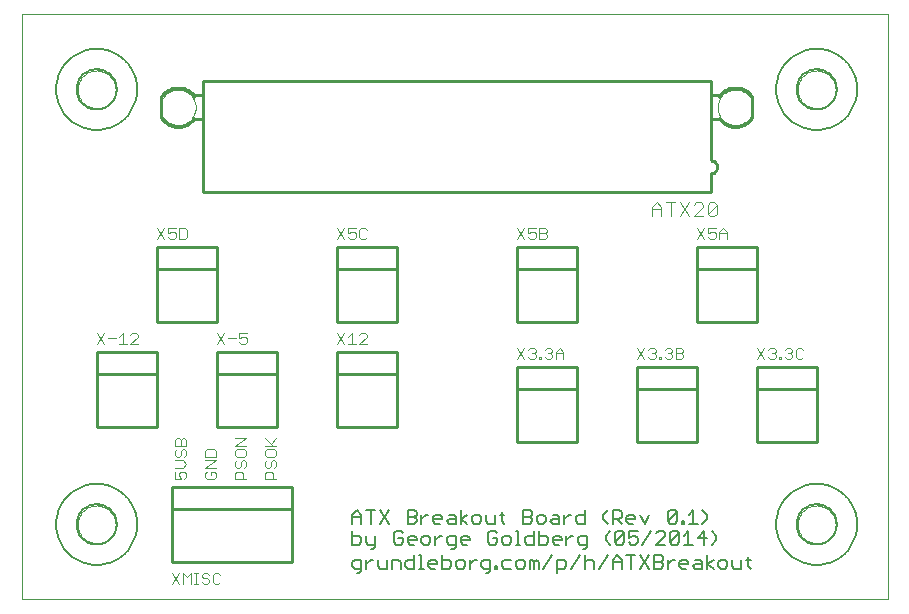
<source format=gto>
G75*
%MOIN*%
%OFA0B0*%
%FSLAX24Y24*%
%IPPOS*%
%LPD*%
%AMOC8*
5,1,8,0,0,1.08239X$1,22.5*
%
%ADD10C,0.0000*%
%ADD11C,0.0050*%
%ADD12C,0.0030*%
%ADD13C,0.0100*%
%ADD14C,0.0040*%
%ADD15C,0.0060*%
%ADD16C,0.0080*%
D10*
X000100Y000100D02*
X000100Y019596D01*
X028970Y019596D01*
X028970Y000100D01*
X000100Y000100D01*
X001970Y002600D02*
X001972Y002650D01*
X001978Y002700D01*
X001988Y002749D01*
X002002Y002797D01*
X002019Y002844D01*
X002040Y002889D01*
X002065Y002933D01*
X002093Y002974D01*
X002125Y003013D01*
X002159Y003050D01*
X002196Y003084D01*
X002236Y003114D01*
X002278Y003141D01*
X002322Y003165D01*
X002368Y003186D01*
X002415Y003202D01*
X002463Y003215D01*
X002513Y003224D01*
X002562Y003229D01*
X002613Y003230D01*
X002663Y003227D01*
X002712Y003220D01*
X002761Y003209D01*
X002809Y003194D01*
X002855Y003176D01*
X002900Y003154D01*
X002943Y003128D01*
X002984Y003099D01*
X003023Y003067D01*
X003059Y003032D01*
X003091Y002994D01*
X003121Y002954D01*
X003148Y002911D01*
X003171Y002867D01*
X003190Y002821D01*
X003206Y002773D01*
X003218Y002724D01*
X003226Y002675D01*
X003230Y002625D01*
X003230Y002575D01*
X003226Y002525D01*
X003218Y002476D01*
X003206Y002427D01*
X003190Y002379D01*
X003171Y002333D01*
X003148Y002289D01*
X003121Y002246D01*
X003091Y002206D01*
X003059Y002168D01*
X003023Y002133D01*
X002984Y002101D01*
X002943Y002072D01*
X002900Y002046D01*
X002855Y002024D01*
X002809Y002006D01*
X002761Y001991D01*
X002712Y001980D01*
X002663Y001973D01*
X002613Y001970D01*
X002562Y001971D01*
X002513Y001976D01*
X002463Y001985D01*
X002415Y001998D01*
X002368Y002014D01*
X002322Y002035D01*
X002278Y002059D01*
X002236Y002086D01*
X002196Y002116D01*
X002159Y002150D01*
X002125Y002187D01*
X002093Y002226D01*
X002065Y002267D01*
X002040Y002311D01*
X002019Y002356D01*
X002002Y002403D01*
X001988Y002451D01*
X001978Y002500D01*
X001972Y002550D01*
X001970Y002600D01*
X004718Y016502D02*
X004720Y016550D01*
X004726Y016598D01*
X004736Y016645D01*
X004749Y016691D01*
X004767Y016736D01*
X004787Y016780D01*
X004812Y016822D01*
X004840Y016861D01*
X004870Y016898D01*
X004904Y016932D01*
X004941Y016964D01*
X004979Y016993D01*
X005020Y017018D01*
X005063Y017040D01*
X005108Y017058D01*
X005154Y017072D01*
X005201Y017083D01*
X005249Y017090D01*
X005297Y017093D01*
X005345Y017092D01*
X005393Y017087D01*
X005441Y017078D01*
X005487Y017066D01*
X005532Y017049D01*
X005576Y017029D01*
X005618Y017006D01*
X005658Y016979D01*
X005696Y016949D01*
X005731Y016916D01*
X005763Y016880D01*
X005793Y016842D01*
X005819Y016801D01*
X005841Y016758D01*
X005861Y016714D01*
X005876Y016669D01*
X005888Y016622D01*
X005896Y016574D01*
X005900Y016526D01*
X005900Y016478D01*
X005896Y016430D01*
X005888Y016382D01*
X005876Y016335D01*
X005861Y016290D01*
X005841Y016246D01*
X005819Y016203D01*
X005793Y016162D01*
X005763Y016124D01*
X005731Y016088D01*
X005696Y016055D01*
X005658Y016025D01*
X005618Y015998D01*
X005576Y015975D01*
X005532Y015955D01*
X005487Y015938D01*
X005441Y015926D01*
X005393Y015917D01*
X005345Y015912D01*
X005297Y015911D01*
X005249Y015914D01*
X005201Y015921D01*
X005154Y015932D01*
X005108Y015946D01*
X005063Y015964D01*
X005020Y015986D01*
X004979Y016011D01*
X004941Y016040D01*
X004904Y016072D01*
X004870Y016106D01*
X004840Y016143D01*
X004812Y016182D01*
X004787Y016224D01*
X004767Y016268D01*
X004749Y016313D01*
X004736Y016359D01*
X004726Y016406D01*
X004720Y016454D01*
X004718Y016502D01*
X001970Y017100D02*
X001972Y017150D01*
X001978Y017200D01*
X001988Y017249D01*
X002002Y017297D01*
X002019Y017344D01*
X002040Y017389D01*
X002065Y017433D01*
X002093Y017474D01*
X002125Y017513D01*
X002159Y017550D01*
X002196Y017584D01*
X002236Y017614D01*
X002278Y017641D01*
X002322Y017665D01*
X002368Y017686D01*
X002415Y017702D01*
X002463Y017715D01*
X002513Y017724D01*
X002562Y017729D01*
X002613Y017730D01*
X002663Y017727D01*
X002712Y017720D01*
X002761Y017709D01*
X002809Y017694D01*
X002855Y017676D01*
X002900Y017654D01*
X002943Y017628D01*
X002984Y017599D01*
X003023Y017567D01*
X003059Y017532D01*
X003091Y017494D01*
X003121Y017454D01*
X003148Y017411D01*
X003171Y017367D01*
X003190Y017321D01*
X003206Y017273D01*
X003218Y017224D01*
X003226Y017175D01*
X003230Y017125D01*
X003230Y017075D01*
X003226Y017025D01*
X003218Y016976D01*
X003206Y016927D01*
X003190Y016879D01*
X003171Y016833D01*
X003148Y016789D01*
X003121Y016746D01*
X003091Y016706D01*
X003059Y016668D01*
X003023Y016633D01*
X002984Y016601D01*
X002943Y016572D01*
X002900Y016546D01*
X002855Y016524D01*
X002809Y016506D01*
X002761Y016491D01*
X002712Y016480D01*
X002663Y016473D01*
X002613Y016470D01*
X002562Y016471D01*
X002513Y016476D01*
X002463Y016485D01*
X002415Y016498D01*
X002368Y016514D01*
X002322Y016535D01*
X002278Y016559D01*
X002236Y016586D01*
X002196Y016616D01*
X002159Y016650D01*
X002125Y016687D01*
X002093Y016726D01*
X002065Y016767D01*
X002040Y016811D01*
X002019Y016856D01*
X002002Y016903D01*
X001988Y016951D01*
X001978Y017000D01*
X001972Y017050D01*
X001970Y017100D01*
X023300Y016502D02*
X023302Y016550D01*
X023308Y016598D01*
X023318Y016645D01*
X023331Y016691D01*
X023349Y016736D01*
X023369Y016780D01*
X023394Y016822D01*
X023422Y016861D01*
X023452Y016898D01*
X023486Y016932D01*
X023523Y016964D01*
X023561Y016993D01*
X023602Y017018D01*
X023645Y017040D01*
X023690Y017058D01*
X023736Y017072D01*
X023783Y017083D01*
X023831Y017090D01*
X023879Y017093D01*
X023927Y017092D01*
X023975Y017087D01*
X024023Y017078D01*
X024069Y017066D01*
X024114Y017049D01*
X024158Y017029D01*
X024200Y017006D01*
X024240Y016979D01*
X024278Y016949D01*
X024313Y016916D01*
X024345Y016880D01*
X024375Y016842D01*
X024401Y016801D01*
X024423Y016758D01*
X024443Y016714D01*
X024458Y016669D01*
X024470Y016622D01*
X024478Y016574D01*
X024482Y016526D01*
X024482Y016478D01*
X024478Y016430D01*
X024470Y016382D01*
X024458Y016335D01*
X024443Y016290D01*
X024423Y016246D01*
X024401Y016203D01*
X024375Y016162D01*
X024345Y016124D01*
X024313Y016088D01*
X024278Y016055D01*
X024240Y016025D01*
X024200Y015998D01*
X024158Y015975D01*
X024114Y015955D01*
X024069Y015938D01*
X024023Y015926D01*
X023975Y015917D01*
X023927Y015912D01*
X023879Y015911D01*
X023831Y015914D01*
X023783Y015921D01*
X023736Y015932D01*
X023690Y015946D01*
X023645Y015964D01*
X023602Y015986D01*
X023561Y016011D01*
X023523Y016040D01*
X023486Y016072D01*
X023452Y016106D01*
X023422Y016143D01*
X023394Y016182D01*
X023369Y016224D01*
X023349Y016268D01*
X023331Y016313D01*
X023318Y016359D01*
X023308Y016406D01*
X023302Y016454D01*
X023300Y016502D01*
X025970Y017100D02*
X025972Y017150D01*
X025978Y017200D01*
X025988Y017249D01*
X026002Y017297D01*
X026019Y017344D01*
X026040Y017389D01*
X026065Y017433D01*
X026093Y017474D01*
X026125Y017513D01*
X026159Y017550D01*
X026196Y017584D01*
X026236Y017614D01*
X026278Y017641D01*
X026322Y017665D01*
X026368Y017686D01*
X026415Y017702D01*
X026463Y017715D01*
X026513Y017724D01*
X026562Y017729D01*
X026613Y017730D01*
X026663Y017727D01*
X026712Y017720D01*
X026761Y017709D01*
X026809Y017694D01*
X026855Y017676D01*
X026900Y017654D01*
X026943Y017628D01*
X026984Y017599D01*
X027023Y017567D01*
X027059Y017532D01*
X027091Y017494D01*
X027121Y017454D01*
X027148Y017411D01*
X027171Y017367D01*
X027190Y017321D01*
X027206Y017273D01*
X027218Y017224D01*
X027226Y017175D01*
X027230Y017125D01*
X027230Y017075D01*
X027226Y017025D01*
X027218Y016976D01*
X027206Y016927D01*
X027190Y016879D01*
X027171Y016833D01*
X027148Y016789D01*
X027121Y016746D01*
X027091Y016706D01*
X027059Y016668D01*
X027023Y016633D01*
X026984Y016601D01*
X026943Y016572D01*
X026900Y016546D01*
X026855Y016524D01*
X026809Y016506D01*
X026761Y016491D01*
X026712Y016480D01*
X026663Y016473D01*
X026613Y016470D01*
X026562Y016471D01*
X026513Y016476D01*
X026463Y016485D01*
X026415Y016498D01*
X026368Y016514D01*
X026322Y016535D01*
X026278Y016559D01*
X026236Y016586D01*
X026196Y016616D01*
X026159Y016650D01*
X026125Y016687D01*
X026093Y016726D01*
X026065Y016767D01*
X026040Y016811D01*
X026019Y016856D01*
X026002Y016903D01*
X025988Y016951D01*
X025978Y017000D01*
X025972Y017050D01*
X025970Y017100D01*
X025970Y002600D02*
X025972Y002650D01*
X025978Y002700D01*
X025988Y002749D01*
X026002Y002797D01*
X026019Y002844D01*
X026040Y002889D01*
X026065Y002933D01*
X026093Y002974D01*
X026125Y003013D01*
X026159Y003050D01*
X026196Y003084D01*
X026236Y003114D01*
X026278Y003141D01*
X026322Y003165D01*
X026368Y003186D01*
X026415Y003202D01*
X026463Y003215D01*
X026513Y003224D01*
X026562Y003229D01*
X026613Y003230D01*
X026663Y003227D01*
X026712Y003220D01*
X026761Y003209D01*
X026809Y003194D01*
X026855Y003176D01*
X026900Y003154D01*
X026943Y003128D01*
X026984Y003099D01*
X027023Y003067D01*
X027059Y003032D01*
X027091Y002994D01*
X027121Y002954D01*
X027148Y002911D01*
X027171Y002867D01*
X027190Y002821D01*
X027206Y002773D01*
X027218Y002724D01*
X027226Y002675D01*
X027230Y002625D01*
X027230Y002575D01*
X027226Y002525D01*
X027218Y002476D01*
X027206Y002427D01*
X027190Y002379D01*
X027171Y002333D01*
X027148Y002289D01*
X027121Y002246D01*
X027091Y002206D01*
X027059Y002168D01*
X027023Y002133D01*
X026984Y002101D01*
X026943Y002072D01*
X026900Y002046D01*
X026855Y002024D01*
X026809Y002006D01*
X026761Y001991D01*
X026712Y001980D01*
X026663Y001973D01*
X026613Y001970D01*
X026562Y001971D01*
X026513Y001976D01*
X026463Y001985D01*
X026415Y001998D01*
X026368Y002014D01*
X026322Y002035D01*
X026278Y002059D01*
X026236Y002086D01*
X026196Y002116D01*
X026159Y002150D01*
X026125Y002187D01*
X026093Y002226D01*
X026065Y002267D01*
X026040Y002311D01*
X026019Y002356D01*
X026002Y002403D01*
X025988Y002451D01*
X025978Y002500D01*
X025972Y002550D01*
X025970Y002600D01*
D11*
X024396Y001425D02*
X024246Y001425D01*
X024321Y001500D02*
X024321Y001200D01*
X024396Y001125D01*
X024086Y001125D02*
X024086Y001425D01*
X023786Y001425D02*
X023786Y001200D01*
X023861Y001125D01*
X024086Y001125D01*
X023626Y001200D02*
X023626Y001350D01*
X023551Y001425D01*
X023400Y001425D01*
X023325Y001350D01*
X023325Y001200D01*
X023400Y001125D01*
X023551Y001125D01*
X023626Y001200D01*
X023167Y001125D02*
X022942Y001275D01*
X023167Y001425D01*
X022942Y001575D02*
X022942Y001125D01*
X022782Y001125D02*
X022556Y001125D01*
X022481Y001200D01*
X022556Y001275D01*
X022782Y001275D01*
X022782Y001350D02*
X022782Y001125D01*
X022782Y001350D02*
X022707Y001425D01*
X022556Y001425D01*
X022321Y001350D02*
X022321Y001275D01*
X022021Y001275D01*
X022021Y001200D02*
X022021Y001350D01*
X022096Y001425D01*
X022246Y001425D01*
X022321Y001350D01*
X022246Y001125D02*
X022096Y001125D01*
X022021Y001200D01*
X021862Y001425D02*
X021787Y001425D01*
X021637Y001275D01*
X021637Y001125D02*
X021637Y001425D01*
X021477Y001425D02*
X021402Y001350D01*
X021177Y001350D01*
X021177Y001125D02*
X021402Y001125D01*
X021477Y001200D01*
X021477Y001275D01*
X021402Y001350D01*
X021477Y001425D02*
X021477Y001500D01*
X021402Y001575D01*
X021177Y001575D01*
X021177Y001125D01*
X021017Y001125D02*
X020717Y001575D01*
X020556Y001575D02*
X020256Y001575D01*
X020406Y001575D02*
X020406Y001125D01*
X020096Y001125D02*
X020096Y001425D01*
X019946Y001575D01*
X019796Y001425D01*
X019796Y001125D01*
X019796Y001350D02*
X020096Y001350D01*
X019636Y001575D02*
X019335Y001125D01*
X019175Y001125D02*
X019175Y001350D01*
X019100Y001425D01*
X018950Y001425D01*
X018875Y001350D01*
X018875Y001575D02*
X018875Y001125D01*
X018415Y001125D02*
X018715Y001575D01*
X018795Y001775D02*
X018870Y001775D01*
X018945Y001850D01*
X018945Y002225D01*
X018720Y002225D01*
X018645Y002150D01*
X018645Y002000D01*
X018720Y001925D01*
X018945Y001925D01*
X018486Y002225D02*
X018411Y002225D01*
X018261Y002075D01*
X018261Y001925D02*
X018261Y002225D01*
X018101Y002150D02*
X018026Y002225D01*
X017876Y002225D01*
X017801Y002150D01*
X017801Y002000D01*
X017876Y001925D01*
X018026Y001925D01*
X018101Y002075D02*
X017801Y002075D01*
X017641Y002000D02*
X017565Y001925D01*
X017340Y001925D01*
X017340Y002375D01*
X017340Y002225D02*
X017565Y002225D01*
X017641Y002150D01*
X017641Y002000D01*
X017180Y001925D02*
X016955Y001925D01*
X016880Y002000D01*
X016880Y002150D01*
X016955Y002225D01*
X017180Y002225D01*
X017180Y002375D02*
X017180Y001925D01*
X016723Y001925D02*
X016573Y001925D01*
X016648Y001925D02*
X016648Y002375D01*
X016573Y002375D01*
X016413Y002150D02*
X016338Y002225D01*
X016188Y002225D01*
X016113Y002150D01*
X016113Y002000D01*
X016188Y001925D01*
X016338Y001925D01*
X016413Y002000D01*
X016413Y002150D01*
X015952Y002150D02*
X015802Y002150D01*
X015952Y002150D02*
X015952Y002000D01*
X015877Y001925D01*
X015727Y001925D01*
X015652Y002000D01*
X015652Y002300D01*
X015727Y002375D01*
X015877Y002375D01*
X015952Y002300D01*
X015876Y002625D02*
X015651Y002625D01*
X015575Y002700D01*
X015575Y002925D01*
X015415Y002850D02*
X015340Y002925D01*
X015190Y002925D01*
X015115Y002850D01*
X015115Y002700D01*
X015190Y002625D01*
X015340Y002625D01*
X015415Y002700D01*
X015415Y002850D01*
X015876Y002925D02*
X015876Y002625D01*
X016111Y002700D02*
X016186Y002625D01*
X016111Y002700D02*
X016111Y003000D01*
X016036Y002925D02*
X016186Y002925D01*
X016803Y002850D02*
X017028Y002850D01*
X017103Y002775D01*
X017103Y002700D01*
X017028Y002625D01*
X016803Y002625D01*
X016803Y003075D01*
X017028Y003075D01*
X017103Y003000D01*
X017103Y002925D01*
X017028Y002850D01*
X017264Y002850D02*
X017264Y002700D01*
X017339Y002625D01*
X017489Y002625D01*
X017564Y002700D01*
X017564Y002850D01*
X017489Y002925D01*
X017339Y002925D01*
X017264Y002850D01*
X017724Y002700D02*
X017799Y002775D01*
X018024Y002775D01*
X018024Y002850D02*
X018024Y002625D01*
X017799Y002625D01*
X017724Y002700D01*
X017799Y002925D02*
X017949Y002925D01*
X018024Y002850D01*
X018184Y002775D02*
X018334Y002925D01*
X018410Y002925D01*
X018568Y002850D02*
X018643Y002925D01*
X018868Y002925D01*
X018868Y003075D02*
X018868Y002625D01*
X018643Y002625D01*
X018568Y002700D01*
X018568Y002850D01*
X018184Y002925D02*
X018184Y002625D01*
X018101Y002150D02*
X018101Y002075D01*
X017794Y001575D02*
X017494Y001125D01*
X017334Y001125D02*
X017334Y001350D01*
X017259Y001425D01*
X017183Y001350D01*
X017183Y001125D01*
X017033Y001125D02*
X017033Y001425D01*
X017108Y001425D01*
X017183Y001350D01*
X016873Y001350D02*
X016798Y001425D01*
X016648Y001425D01*
X016573Y001350D01*
X016573Y001200D01*
X016648Y001125D01*
X016798Y001125D01*
X016873Y001200D01*
X016873Y001350D01*
X016413Y001425D02*
X016188Y001425D01*
X016113Y001350D01*
X016113Y001200D01*
X016188Y001125D01*
X016413Y001125D01*
X015957Y001125D02*
X015882Y001125D01*
X015882Y001200D01*
X015957Y001200D01*
X015957Y001125D01*
X015722Y001125D02*
X015497Y001125D01*
X015422Y001200D01*
X015422Y001350D01*
X015497Y001425D01*
X015722Y001425D01*
X015722Y001050D01*
X015647Y000975D01*
X015572Y000975D01*
X015038Y001125D02*
X015038Y001425D01*
X015038Y001275D02*
X015188Y001425D01*
X015264Y001425D01*
X014878Y001350D02*
X014803Y001425D01*
X014653Y001425D01*
X014578Y001350D01*
X014578Y001200D01*
X014653Y001125D01*
X014803Y001125D01*
X014878Y001200D01*
X014878Y001350D01*
X014418Y001350D02*
X014343Y001425D01*
X014118Y001425D01*
X014118Y001575D02*
X014118Y001125D01*
X014343Y001125D01*
X014418Y001200D01*
X014418Y001350D01*
X013957Y001350D02*
X013957Y001275D01*
X013657Y001275D01*
X013657Y001200D02*
X013657Y001350D01*
X013732Y001425D01*
X013882Y001425D01*
X013957Y001350D01*
X013882Y001125D02*
X013732Y001125D01*
X013657Y001200D01*
X013500Y001125D02*
X013350Y001125D01*
X013425Y001125D02*
X013425Y001575D01*
X013350Y001575D01*
X013190Y001575D02*
X013190Y001125D01*
X012965Y001125D01*
X012890Y001200D01*
X012890Y001350D01*
X012965Y001425D01*
X013190Y001425D01*
X012730Y001350D02*
X012730Y001125D01*
X012730Y001350D02*
X012655Y001425D01*
X012429Y001425D01*
X012429Y001125D01*
X012269Y001125D02*
X012269Y001425D01*
X011969Y001425D02*
X011969Y001200D01*
X012044Y001125D01*
X012269Y001125D01*
X011811Y001425D02*
X011736Y001425D01*
X011585Y001275D01*
X011585Y001125D02*
X011585Y001425D01*
X011425Y001425D02*
X011200Y001425D01*
X011125Y001350D01*
X011125Y001200D01*
X011200Y001125D01*
X011425Y001125D01*
X011425Y001050D02*
X011425Y001425D01*
X011425Y001050D02*
X011350Y000975D01*
X011275Y000975D01*
X011736Y001775D02*
X011811Y001775D01*
X011886Y001850D01*
X011886Y002225D01*
X011585Y002225D02*
X011585Y002000D01*
X011660Y001925D01*
X011886Y001925D01*
X011425Y002000D02*
X011425Y002150D01*
X011350Y002225D01*
X011125Y002225D01*
X011125Y002375D02*
X011125Y001925D01*
X011350Y001925D01*
X011425Y002000D01*
X011425Y002625D02*
X011425Y002925D01*
X011275Y003075D01*
X011125Y002925D01*
X011125Y002625D01*
X011125Y002850D02*
X011425Y002850D01*
X011585Y003075D02*
X011886Y003075D01*
X011736Y003075D02*
X011736Y002625D01*
X012046Y002625D02*
X012346Y003075D01*
X012046Y003075D02*
X012346Y002625D01*
X012581Y002375D02*
X012506Y002300D01*
X012506Y002000D01*
X012581Y001925D01*
X012731Y001925D01*
X012806Y002000D01*
X012806Y002150D01*
X012656Y002150D01*
X012806Y002300D02*
X012731Y002375D01*
X012581Y002375D01*
X012967Y002150D02*
X013042Y002225D01*
X013192Y002225D01*
X013267Y002150D01*
X013267Y002075D01*
X012967Y002075D01*
X012967Y002000D02*
X012967Y002150D01*
X012967Y002000D02*
X013042Y001925D01*
X013192Y001925D01*
X013427Y002000D02*
X013502Y001925D01*
X013652Y001925D01*
X013727Y002000D01*
X013727Y002150D01*
X013652Y002225D01*
X013502Y002225D01*
X013427Y002150D01*
X013427Y002000D01*
X013887Y001925D02*
X013887Y002225D01*
X013887Y002075D02*
X014037Y002225D01*
X014113Y002225D01*
X014271Y002150D02*
X014271Y002000D01*
X014346Y001925D01*
X014571Y001925D01*
X014571Y001850D02*
X014571Y002225D01*
X014346Y002225D01*
X014271Y002150D01*
X014421Y001775D02*
X014496Y001775D01*
X014571Y001850D01*
X014731Y002000D02*
X014806Y001925D01*
X014957Y001925D01*
X015032Y002075D02*
X014731Y002075D01*
X014731Y002000D02*
X014731Y002150D01*
X014806Y002225D01*
X014957Y002225D01*
X015032Y002150D01*
X015032Y002075D01*
X014957Y002625D02*
X014731Y002775D01*
X014957Y002925D01*
X014731Y003075D02*
X014731Y002625D01*
X014571Y002625D02*
X014346Y002625D01*
X014271Y002700D01*
X014346Y002775D01*
X014571Y002775D01*
X014571Y002850D02*
X014571Y002625D01*
X014571Y002850D02*
X014496Y002925D01*
X014346Y002925D01*
X014111Y002850D02*
X014111Y002775D01*
X013811Y002775D01*
X013811Y002700D02*
X013811Y002850D01*
X013886Y002925D01*
X014036Y002925D01*
X014111Y002850D01*
X014036Y002625D02*
X013886Y002625D01*
X013811Y002700D01*
X013652Y002925D02*
X013577Y002925D01*
X013427Y002775D01*
X013427Y002625D02*
X013427Y002925D01*
X013267Y002925D02*
X013267Y003000D01*
X013192Y003075D01*
X012967Y003075D01*
X012967Y002625D01*
X013192Y002625D01*
X013267Y002700D01*
X013267Y002775D01*
X013192Y002850D01*
X012967Y002850D01*
X013192Y002850D02*
X013267Y002925D01*
X017954Y001425D02*
X017954Y000975D01*
X017954Y001125D02*
X018179Y001125D01*
X018254Y001200D01*
X018254Y001350D01*
X018179Y001425D01*
X017954Y001425D01*
X019566Y002075D02*
X019716Y001925D01*
X019872Y002000D02*
X020173Y002300D01*
X020173Y002000D01*
X020098Y001925D01*
X019948Y001925D01*
X019872Y002000D01*
X019872Y002300D01*
X019948Y002375D01*
X020098Y002375D01*
X020173Y002300D01*
X020333Y002375D02*
X020333Y002150D01*
X020483Y002225D01*
X020558Y002225D01*
X020633Y002150D01*
X020633Y002000D01*
X020558Y001925D01*
X020408Y001925D01*
X020333Y002000D01*
X020333Y002375D02*
X020633Y002375D01*
X020481Y002625D02*
X020331Y002625D01*
X020256Y002700D01*
X020256Y002850D01*
X020331Y002925D01*
X020481Y002925D01*
X020556Y002850D01*
X020556Y002775D01*
X020256Y002775D01*
X020096Y002850D02*
X020021Y002775D01*
X019796Y002775D01*
X019946Y002775D02*
X020096Y002625D01*
X020096Y002850D02*
X020096Y003000D01*
X020021Y003075D01*
X019796Y003075D01*
X019796Y002625D01*
X019639Y002625D02*
X019489Y002775D01*
X019489Y002925D01*
X019639Y003075D01*
X019716Y002375D02*
X019566Y002225D01*
X019566Y002075D01*
X020793Y001925D02*
X021093Y002375D01*
X021254Y002300D02*
X021329Y002375D01*
X021479Y002375D01*
X021554Y002300D01*
X021554Y002225D01*
X021254Y001925D01*
X021554Y001925D01*
X021714Y002000D02*
X021789Y001925D01*
X021939Y001925D01*
X022014Y002000D01*
X022014Y002300D01*
X021714Y002000D01*
X021714Y002300D01*
X021789Y002375D01*
X021939Y002375D01*
X022014Y002300D01*
X022174Y002225D02*
X022325Y002375D01*
X022325Y001925D01*
X022475Y001925D02*
X022174Y001925D01*
X022635Y002150D02*
X022935Y002150D01*
X022860Y001925D02*
X022860Y002375D01*
X022635Y002150D01*
X023095Y001925D02*
X023245Y002075D01*
X023245Y002225D01*
X023095Y002375D01*
X022788Y002625D02*
X022938Y002775D01*
X022938Y002925D01*
X022788Y003075D01*
X022478Y003075D02*
X022478Y002625D01*
X022328Y002625D02*
X022628Y002625D01*
X022328Y002925D02*
X022478Y003075D01*
X022173Y002700D02*
X022173Y002625D01*
X022098Y002625D01*
X022098Y002700D01*
X022173Y002700D01*
X021938Y002700D02*
X021862Y002625D01*
X021712Y002625D01*
X021637Y002700D01*
X021938Y003000D01*
X021938Y002700D01*
X021637Y002700D02*
X021637Y003000D01*
X021712Y003075D01*
X021862Y003075D01*
X021938Y003000D01*
X021017Y002925D02*
X020867Y002625D01*
X020717Y002925D01*
X021017Y001575D02*
X020717Y001125D01*
D12*
X008585Y004115D02*
X008215Y004115D01*
X008215Y004300D01*
X008276Y004362D01*
X008400Y004362D01*
X008462Y004300D01*
X008462Y004115D01*
X008523Y004483D02*
X008585Y004545D01*
X008585Y004668D01*
X008523Y004730D01*
X008462Y004730D01*
X008400Y004668D01*
X008400Y004545D01*
X008338Y004483D01*
X008276Y004483D01*
X008215Y004545D01*
X008215Y004668D01*
X008276Y004730D01*
X008276Y004852D02*
X008523Y004852D01*
X008585Y004913D01*
X008585Y005037D01*
X008523Y005099D01*
X008276Y005099D01*
X008215Y005037D01*
X008215Y004913D01*
X008276Y004852D01*
X008215Y005220D02*
X008585Y005220D01*
X008462Y005220D02*
X008215Y005467D01*
X008400Y005282D02*
X008585Y005467D01*
X007585Y005467D02*
X007215Y005467D01*
X007215Y005220D02*
X007585Y005467D01*
X007585Y005220D02*
X007215Y005220D01*
X007276Y005099D02*
X007215Y005037D01*
X007215Y004913D01*
X007276Y004852D01*
X007523Y004852D01*
X007585Y004913D01*
X007585Y005037D01*
X007523Y005099D01*
X007276Y005099D01*
X007276Y004730D02*
X007215Y004668D01*
X007215Y004545D01*
X007276Y004483D01*
X007338Y004483D01*
X007400Y004545D01*
X007400Y004668D01*
X007462Y004730D01*
X007523Y004730D01*
X007585Y004668D01*
X007585Y004545D01*
X007523Y004483D01*
X007400Y004362D02*
X007462Y004300D01*
X007462Y004115D01*
X007585Y004115D02*
X007215Y004115D01*
X007215Y004300D01*
X007276Y004362D01*
X007400Y004362D01*
X006585Y004300D02*
X006523Y004362D01*
X006400Y004362D01*
X006400Y004238D01*
X006523Y004115D02*
X006585Y004177D01*
X006585Y004300D01*
X006585Y004483D02*
X006215Y004483D01*
X006585Y004730D01*
X006215Y004730D01*
X006215Y004852D02*
X006215Y005037D01*
X006276Y005099D01*
X006523Y005099D01*
X006585Y005037D01*
X006585Y004852D01*
X006215Y004852D01*
X006276Y004362D02*
X006215Y004300D01*
X006215Y004177D01*
X006276Y004115D01*
X006523Y004115D01*
X005585Y004177D02*
X005523Y004115D01*
X005585Y004177D02*
X005585Y004300D01*
X005523Y004362D01*
X005400Y004362D01*
X005338Y004300D01*
X005338Y004238D01*
X005400Y004115D01*
X005215Y004115D01*
X005215Y004362D01*
X005215Y004483D02*
X005462Y004483D01*
X005585Y004607D01*
X005462Y004730D01*
X005215Y004730D01*
X005276Y004852D02*
X005215Y004913D01*
X005215Y005037D01*
X005276Y005099D01*
X005215Y005220D02*
X005215Y005405D01*
X005276Y005467D01*
X005338Y005467D01*
X005400Y005405D01*
X005400Y005220D01*
X005462Y005099D02*
X005523Y005099D01*
X005585Y005037D01*
X005585Y004913D01*
X005523Y004852D01*
X005400Y004913D02*
X005400Y005037D01*
X005462Y005099D01*
X005585Y005220D02*
X005215Y005220D01*
X005400Y005405D02*
X005462Y005467D01*
X005523Y005467D01*
X005585Y005405D01*
X005585Y005220D01*
X005400Y004913D02*
X005338Y004852D01*
X005276Y004852D01*
D13*
X005100Y003850D02*
X005100Y003100D01*
X009100Y003100D01*
X009100Y001350D01*
X005100Y001350D01*
X005100Y003100D01*
X005100Y003850D02*
X009100Y003850D01*
X009100Y003100D01*
X008600Y005850D02*
X006600Y005850D01*
X006600Y007600D01*
X008600Y007600D01*
X008600Y005850D01*
X010600Y005850D02*
X010600Y007600D01*
X012600Y007600D01*
X012600Y005850D01*
X010600Y005850D01*
X010600Y007600D02*
X010600Y008350D01*
X012600Y008350D01*
X012600Y007600D01*
X012600Y009350D02*
X010600Y009350D01*
X010600Y011100D01*
X012600Y011100D01*
X012600Y009350D01*
X012600Y011100D02*
X012600Y011850D01*
X010600Y011850D01*
X010600Y011100D01*
X008600Y008350D02*
X006600Y008350D01*
X006600Y007600D01*
X004600Y007600D02*
X002600Y007600D01*
X002600Y008350D01*
X004600Y008350D01*
X004600Y007600D01*
X004600Y005850D01*
X002600Y005850D01*
X002600Y007600D01*
X004600Y009350D02*
X004600Y011100D01*
X006600Y011100D01*
X006600Y009350D01*
X004600Y009350D01*
X004600Y011100D02*
X004600Y011850D01*
X006600Y011850D01*
X006600Y011100D01*
X006135Y013671D02*
X006135Y017372D01*
X023065Y017372D01*
X023065Y014734D01*
X023093Y014732D01*
X023121Y014727D01*
X023148Y014717D01*
X023174Y014705D01*
X023197Y014689D01*
X023218Y014670D01*
X023237Y014649D01*
X023253Y014626D01*
X023265Y014600D01*
X023275Y014573D01*
X023280Y014545D01*
X023282Y014517D01*
X023280Y014489D01*
X023275Y014461D01*
X023265Y014434D01*
X023253Y014409D01*
X023237Y014385D01*
X023218Y014364D01*
X023197Y014345D01*
X023174Y014329D01*
X023148Y014317D01*
X023121Y014307D01*
X023093Y014302D01*
X023065Y014300D01*
X023065Y014301D02*
X023065Y013671D01*
X006135Y013671D01*
X006096Y016112D02*
X005820Y016112D01*
X005860Y016152D02*
X005831Y016111D01*
X005799Y016072D01*
X005764Y016035D01*
X005727Y016002D01*
X005687Y015971D01*
X005645Y015944D01*
X005601Y015919D01*
X005555Y015899D01*
X005507Y015882D01*
X005459Y015868D01*
X005409Y015859D01*
X005359Y015853D01*
X005309Y015851D01*
X005259Y015853D01*
X005209Y015859D01*
X005159Y015868D01*
X005111Y015882D01*
X005063Y015899D01*
X005017Y015919D01*
X004973Y015944D01*
X004931Y015971D01*
X004891Y016002D01*
X004854Y016035D01*
X004819Y016072D01*
X004787Y016111D01*
X004758Y016152D01*
X004757Y016151D02*
X004757Y016860D01*
X004758Y016860D02*
X004787Y016901D01*
X004819Y016940D01*
X004854Y016977D01*
X004891Y017010D01*
X004931Y017041D01*
X004973Y017068D01*
X005017Y017093D01*
X005063Y017113D01*
X005111Y017130D01*
X005159Y017144D01*
X005209Y017153D01*
X005259Y017159D01*
X005309Y017161D01*
X005359Y017159D01*
X005409Y017153D01*
X005459Y017144D01*
X005507Y017130D01*
X005555Y017113D01*
X005601Y017093D01*
X005645Y017068D01*
X005687Y017041D01*
X005727Y017010D01*
X005764Y016977D01*
X005799Y016940D01*
X005831Y016901D01*
X005860Y016860D01*
X005820Y016899D02*
X006096Y016899D01*
X016600Y011850D02*
X016600Y011100D01*
X018600Y011100D01*
X018600Y009350D01*
X016600Y009350D01*
X016600Y011100D01*
X016600Y011850D02*
X018600Y011850D01*
X018600Y011100D01*
X022600Y011100D02*
X022600Y009350D01*
X024600Y009350D01*
X024600Y011100D01*
X022600Y011100D01*
X022600Y011850D01*
X024600Y011850D01*
X024600Y011100D01*
X024600Y007850D02*
X024600Y007100D01*
X026600Y007100D01*
X026600Y005350D01*
X024600Y005350D01*
X024600Y007100D01*
X024600Y007850D02*
X026600Y007850D01*
X026600Y007100D01*
X022600Y007100D02*
X022600Y005350D01*
X020600Y005350D01*
X020600Y007100D01*
X022600Y007100D01*
X022600Y007850D01*
X020600Y007850D01*
X020600Y007100D01*
X018600Y007100D02*
X016600Y007100D01*
X016600Y007850D01*
X018600Y007850D01*
X018600Y007100D01*
X018600Y005350D01*
X016600Y005350D01*
X016600Y007100D01*
X008600Y007600D02*
X008600Y008350D01*
X023104Y016112D02*
X023380Y016112D01*
X023340Y016860D02*
X023369Y016901D01*
X023401Y016940D01*
X023436Y016977D01*
X023473Y017010D01*
X023513Y017041D01*
X023555Y017068D01*
X023599Y017093D01*
X023645Y017113D01*
X023693Y017130D01*
X023741Y017144D01*
X023791Y017153D01*
X023841Y017159D01*
X023891Y017161D01*
X023941Y017159D01*
X023991Y017153D01*
X024041Y017144D01*
X024089Y017130D01*
X024137Y017113D01*
X024183Y017093D01*
X024227Y017068D01*
X024269Y017041D01*
X024309Y017010D01*
X024346Y016977D01*
X024381Y016940D01*
X024413Y016901D01*
X024442Y016860D01*
X024443Y016860D02*
X024443Y016151D01*
X024442Y016152D02*
X024413Y016111D01*
X024381Y016072D01*
X024346Y016035D01*
X024309Y016002D01*
X024269Y015971D01*
X024227Y015944D01*
X024183Y015919D01*
X024137Y015899D01*
X024089Y015882D01*
X024041Y015868D01*
X023991Y015859D01*
X023941Y015853D01*
X023891Y015851D01*
X023841Y015853D01*
X023791Y015859D01*
X023741Y015868D01*
X023693Y015882D01*
X023645Y015899D01*
X023599Y015919D01*
X023555Y015944D01*
X023513Y015971D01*
X023473Y016002D01*
X023436Y016035D01*
X023401Y016072D01*
X023369Y016111D01*
X023340Y016152D01*
X023380Y016899D02*
X023104Y016899D01*
D14*
X023038Y013330D02*
X022962Y013254D01*
X022962Y012947D01*
X023268Y013254D01*
X023268Y012947D01*
X023192Y012870D01*
X023038Y012870D01*
X022962Y012947D01*
X022808Y012870D02*
X022501Y012870D01*
X022808Y013177D01*
X022808Y013254D01*
X022731Y013330D01*
X022578Y013330D01*
X022501Y013254D01*
X022348Y013330D02*
X022041Y012870D01*
X022348Y012870D02*
X022041Y013330D01*
X021887Y013330D02*
X021580Y013330D01*
X021734Y013330D02*
X021734Y012870D01*
X021427Y012870D02*
X021427Y013177D01*
X021273Y013330D01*
X021120Y013177D01*
X021120Y012870D01*
X021120Y013100D02*
X021427Y013100D01*
X022620Y012480D02*
X022860Y012120D01*
X022988Y012180D02*
X023048Y012120D01*
X023168Y012120D01*
X023229Y012180D01*
X023229Y012300D01*
X023168Y012360D01*
X023108Y012360D01*
X022988Y012300D01*
X022988Y012480D01*
X023229Y012480D01*
X023357Y012360D02*
X023477Y012480D01*
X023597Y012360D01*
X023597Y012120D01*
X023597Y012300D02*
X023357Y012300D01*
X023357Y012360D02*
X023357Y012120D01*
X022860Y012480D02*
X022620Y012120D01*
X023038Y013330D02*
X023192Y013330D01*
X023268Y013254D01*
X017597Y012420D02*
X017597Y012360D01*
X017537Y012300D01*
X017357Y012300D01*
X017229Y012300D02*
X017229Y012180D01*
X017168Y012120D01*
X017048Y012120D01*
X016988Y012180D01*
X016988Y012300D02*
X017108Y012360D01*
X017168Y012360D01*
X017229Y012300D01*
X017229Y012480D02*
X016988Y012480D01*
X016988Y012300D01*
X016860Y012120D02*
X016620Y012480D01*
X016860Y012480D02*
X016620Y012120D01*
X017357Y012120D02*
X017357Y012480D01*
X017537Y012480D01*
X017597Y012420D01*
X017537Y012300D02*
X017597Y012240D01*
X017597Y012180D01*
X017537Y012120D01*
X017357Y012120D01*
X017168Y008480D02*
X017048Y008480D01*
X016988Y008420D01*
X016860Y008480D02*
X016620Y008120D01*
X016860Y008120D02*
X016620Y008480D01*
X017108Y008300D02*
X017168Y008300D01*
X017229Y008240D01*
X017229Y008180D01*
X017168Y008120D01*
X017048Y008120D01*
X016988Y008180D01*
X017168Y008300D02*
X017229Y008360D01*
X017229Y008420D01*
X017168Y008480D01*
X017541Y008420D02*
X017601Y008480D01*
X017721Y008480D01*
X017781Y008420D01*
X017781Y008360D01*
X017721Y008300D01*
X017781Y008240D01*
X017781Y008180D01*
X017721Y008120D01*
X017601Y008120D01*
X017541Y008180D01*
X017417Y008180D02*
X017417Y008120D01*
X017357Y008120D01*
X017357Y008180D01*
X017417Y008180D01*
X017661Y008300D02*
X017721Y008300D01*
X017909Y008300D02*
X018149Y008300D01*
X018149Y008360D02*
X018149Y008120D01*
X017909Y008120D02*
X017909Y008360D01*
X018029Y008480D01*
X018149Y008360D01*
X020620Y008480D02*
X020860Y008120D01*
X020988Y008180D02*
X021048Y008120D01*
X021168Y008120D01*
X021229Y008180D01*
X021229Y008240D01*
X021168Y008300D01*
X021108Y008300D01*
X021168Y008300D02*
X021229Y008360D01*
X021229Y008420D01*
X021168Y008480D01*
X021048Y008480D01*
X020988Y008420D01*
X020860Y008480D02*
X020620Y008120D01*
X021357Y008120D02*
X021417Y008120D01*
X021417Y008180D01*
X021357Y008180D01*
X021357Y008120D01*
X021541Y008180D02*
X021601Y008120D01*
X021721Y008120D01*
X021781Y008180D01*
X021781Y008240D01*
X021721Y008300D01*
X021661Y008300D01*
X021721Y008300D02*
X021781Y008360D01*
X021781Y008420D01*
X021721Y008480D01*
X021601Y008480D01*
X021541Y008420D01*
X021909Y008480D02*
X021909Y008120D01*
X022089Y008120D01*
X022149Y008180D01*
X022149Y008240D01*
X022089Y008300D01*
X021909Y008300D01*
X022089Y008300D02*
X022149Y008360D01*
X022149Y008420D01*
X022089Y008480D01*
X021909Y008480D01*
X024620Y008480D02*
X024860Y008120D01*
X024988Y008180D02*
X025048Y008120D01*
X025168Y008120D01*
X025229Y008180D01*
X025229Y008240D01*
X025168Y008300D01*
X025108Y008300D01*
X025168Y008300D02*
X025229Y008360D01*
X025229Y008420D01*
X025168Y008480D01*
X025048Y008480D01*
X024988Y008420D01*
X024860Y008480D02*
X024620Y008120D01*
X025357Y008120D02*
X025417Y008120D01*
X025417Y008180D01*
X025357Y008180D01*
X025357Y008120D01*
X025541Y008180D02*
X025601Y008120D01*
X025721Y008120D01*
X025781Y008180D01*
X025781Y008240D01*
X025721Y008300D01*
X025661Y008300D01*
X025721Y008300D02*
X025781Y008360D01*
X025781Y008420D01*
X025721Y008480D01*
X025601Y008480D01*
X025541Y008420D01*
X025909Y008420D02*
X025909Y008180D01*
X025969Y008120D01*
X026089Y008120D01*
X026149Y008180D01*
X026149Y008420D02*
X026089Y008480D01*
X025969Y008480D01*
X025909Y008420D01*
X011597Y008620D02*
X011357Y008620D01*
X011597Y008860D01*
X011597Y008920D01*
X011537Y008980D01*
X011417Y008980D01*
X011357Y008920D01*
X011108Y008980D02*
X011108Y008620D01*
X010988Y008620D02*
X011229Y008620D01*
X010988Y008860D02*
X011108Y008980D01*
X010860Y008980D02*
X010620Y008620D01*
X010860Y008620D02*
X010620Y008980D01*
X007597Y008980D02*
X007357Y008980D01*
X007357Y008800D01*
X007477Y008860D01*
X007537Y008860D01*
X007597Y008800D01*
X007597Y008680D01*
X007537Y008620D01*
X007417Y008620D01*
X007357Y008680D01*
X007229Y008800D02*
X006988Y008800D01*
X006860Y008620D02*
X006620Y008980D01*
X006860Y008980D02*
X006620Y008620D01*
X003965Y008620D02*
X003725Y008620D01*
X003965Y008860D01*
X003965Y008920D01*
X003905Y008980D01*
X003785Y008980D01*
X003725Y008920D01*
X003477Y008980D02*
X003357Y008860D01*
X003229Y008800D02*
X002988Y008800D01*
X002860Y008620D02*
X002620Y008980D01*
X002860Y008980D02*
X002620Y008620D01*
X003357Y008620D02*
X003597Y008620D01*
X003477Y008620D02*
X003477Y008980D01*
X004620Y012120D02*
X004860Y012480D01*
X004988Y012480D02*
X004988Y012300D01*
X005108Y012360D01*
X005168Y012360D01*
X005229Y012300D01*
X005229Y012180D01*
X005168Y012120D01*
X005048Y012120D01*
X004988Y012180D01*
X004860Y012120D02*
X004620Y012480D01*
X004988Y012480D02*
X005229Y012480D01*
X005357Y012480D02*
X005537Y012480D01*
X005597Y012420D01*
X005597Y012180D01*
X005537Y012120D01*
X005357Y012120D01*
X005357Y012480D01*
X010620Y012480D02*
X010860Y012120D01*
X010988Y012180D02*
X011048Y012120D01*
X011168Y012120D01*
X011229Y012180D01*
X011229Y012300D01*
X011168Y012360D01*
X011108Y012360D01*
X010988Y012300D01*
X010988Y012480D01*
X011229Y012480D01*
X011357Y012420D02*
X011357Y012180D01*
X011417Y012120D01*
X011537Y012120D01*
X011597Y012180D01*
X011597Y012420D02*
X011537Y012480D01*
X011417Y012480D01*
X011357Y012420D01*
X010860Y012480D02*
X010620Y012120D01*
X006651Y000980D02*
X006531Y000980D01*
X006470Y000920D01*
X006470Y000680D01*
X006531Y000620D01*
X006651Y000620D01*
X006711Y000680D01*
X006711Y000920D02*
X006651Y000980D01*
X006342Y000920D02*
X006282Y000980D01*
X006162Y000980D01*
X006102Y000920D01*
X006102Y000860D01*
X006162Y000800D01*
X006282Y000800D01*
X006342Y000740D01*
X006342Y000680D01*
X006282Y000620D01*
X006162Y000620D01*
X006102Y000680D01*
X005977Y000620D02*
X005857Y000620D01*
X005917Y000620D02*
X005917Y000980D01*
X005857Y000980D02*
X005977Y000980D01*
X005729Y000980D02*
X005729Y000620D01*
X005488Y000620D02*
X005488Y000980D01*
X005608Y000860D01*
X005729Y000980D01*
X005360Y000980D02*
X005120Y000620D01*
X005360Y000620D02*
X005120Y000980D01*
D15*
X001250Y002600D02*
X001252Y002673D01*
X001258Y002746D01*
X001268Y002818D01*
X001282Y002890D01*
X001299Y002961D01*
X001321Y003031D01*
X001346Y003100D01*
X001375Y003167D01*
X001407Y003232D01*
X001443Y003296D01*
X001483Y003358D01*
X001525Y003417D01*
X001571Y003474D01*
X001620Y003528D01*
X001672Y003580D01*
X001726Y003629D01*
X001783Y003675D01*
X001842Y003717D01*
X001904Y003757D01*
X001968Y003793D01*
X002033Y003825D01*
X002100Y003854D01*
X002169Y003879D01*
X002239Y003901D01*
X002310Y003918D01*
X002382Y003932D01*
X002454Y003942D01*
X002527Y003948D01*
X002600Y003950D01*
X002673Y003948D01*
X002746Y003942D01*
X002818Y003932D01*
X002890Y003918D01*
X002961Y003901D01*
X003031Y003879D01*
X003100Y003854D01*
X003167Y003825D01*
X003232Y003793D01*
X003296Y003757D01*
X003358Y003717D01*
X003417Y003675D01*
X003474Y003629D01*
X003528Y003580D01*
X003580Y003528D01*
X003629Y003474D01*
X003675Y003417D01*
X003717Y003358D01*
X003757Y003296D01*
X003793Y003232D01*
X003825Y003167D01*
X003854Y003100D01*
X003879Y003031D01*
X003901Y002961D01*
X003918Y002890D01*
X003932Y002818D01*
X003942Y002746D01*
X003948Y002673D01*
X003950Y002600D01*
X003948Y002527D01*
X003942Y002454D01*
X003932Y002382D01*
X003918Y002310D01*
X003901Y002239D01*
X003879Y002169D01*
X003854Y002100D01*
X003825Y002033D01*
X003793Y001968D01*
X003757Y001904D01*
X003717Y001842D01*
X003675Y001783D01*
X003629Y001726D01*
X003580Y001672D01*
X003528Y001620D01*
X003474Y001571D01*
X003417Y001525D01*
X003358Y001483D01*
X003296Y001443D01*
X003232Y001407D01*
X003167Y001375D01*
X003100Y001346D01*
X003031Y001321D01*
X002961Y001299D01*
X002890Y001282D01*
X002818Y001268D01*
X002746Y001258D01*
X002673Y001252D01*
X002600Y001250D01*
X002527Y001252D01*
X002454Y001258D01*
X002382Y001268D01*
X002310Y001282D01*
X002239Y001299D01*
X002169Y001321D01*
X002100Y001346D01*
X002033Y001375D01*
X001968Y001407D01*
X001904Y001443D01*
X001842Y001483D01*
X001783Y001525D01*
X001726Y001571D01*
X001672Y001620D01*
X001620Y001672D01*
X001571Y001726D01*
X001525Y001783D01*
X001483Y001842D01*
X001443Y001904D01*
X001407Y001968D01*
X001375Y002033D01*
X001346Y002100D01*
X001321Y002169D01*
X001299Y002239D01*
X001282Y002310D01*
X001268Y002382D01*
X001258Y002454D01*
X001252Y002527D01*
X001250Y002600D01*
X001250Y017100D02*
X001252Y017173D01*
X001258Y017246D01*
X001268Y017318D01*
X001282Y017390D01*
X001299Y017461D01*
X001321Y017531D01*
X001346Y017600D01*
X001375Y017667D01*
X001407Y017732D01*
X001443Y017796D01*
X001483Y017858D01*
X001525Y017917D01*
X001571Y017974D01*
X001620Y018028D01*
X001672Y018080D01*
X001726Y018129D01*
X001783Y018175D01*
X001842Y018217D01*
X001904Y018257D01*
X001968Y018293D01*
X002033Y018325D01*
X002100Y018354D01*
X002169Y018379D01*
X002239Y018401D01*
X002310Y018418D01*
X002382Y018432D01*
X002454Y018442D01*
X002527Y018448D01*
X002600Y018450D01*
X002673Y018448D01*
X002746Y018442D01*
X002818Y018432D01*
X002890Y018418D01*
X002961Y018401D01*
X003031Y018379D01*
X003100Y018354D01*
X003167Y018325D01*
X003232Y018293D01*
X003296Y018257D01*
X003358Y018217D01*
X003417Y018175D01*
X003474Y018129D01*
X003528Y018080D01*
X003580Y018028D01*
X003629Y017974D01*
X003675Y017917D01*
X003717Y017858D01*
X003757Y017796D01*
X003793Y017732D01*
X003825Y017667D01*
X003854Y017600D01*
X003879Y017531D01*
X003901Y017461D01*
X003918Y017390D01*
X003932Y017318D01*
X003942Y017246D01*
X003948Y017173D01*
X003950Y017100D01*
X003948Y017027D01*
X003942Y016954D01*
X003932Y016882D01*
X003918Y016810D01*
X003901Y016739D01*
X003879Y016669D01*
X003854Y016600D01*
X003825Y016533D01*
X003793Y016468D01*
X003757Y016404D01*
X003717Y016342D01*
X003675Y016283D01*
X003629Y016226D01*
X003580Y016172D01*
X003528Y016120D01*
X003474Y016071D01*
X003417Y016025D01*
X003358Y015983D01*
X003296Y015943D01*
X003232Y015907D01*
X003167Y015875D01*
X003100Y015846D01*
X003031Y015821D01*
X002961Y015799D01*
X002890Y015782D01*
X002818Y015768D01*
X002746Y015758D01*
X002673Y015752D01*
X002600Y015750D01*
X002527Y015752D01*
X002454Y015758D01*
X002382Y015768D01*
X002310Y015782D01*
X002239Y015799D01*
X002169Y015821D01*
X002100Y015846D01*
X002033Y015875D01*
X001968Y015907D01*
X001904Y015943D01*
X001842Y015983D01*
X001783Y016025D01*
X001726Y016071D01*
X001672Y016120D01*
X001620Y016172D01*
X001571Y016226D01*
X001525Y016283D01*
X001483Y016342D01*
X001443Y016404D01*
X001407Y016468D01*
X001375Y016533D01*
X001346Y016600D01*
X001321Y016669D01*
X001299Y016739D01*
X001282Y016810D01*
X001268Y016882D01*
X001258Y016954D01*
X001252Y017027D01*
X001250Y017100D01*
X025250Y017100D02*
X025252Y017173D01*
X025258Y017246D01*
X025268Y017318D01*
X025282Y017390D01*
X025299Y017461D01*
X025321Y017531D01*
X025346Y017600D01*
X025375Y017667D01*
X025407Y017732D01*
X025443Y017796D01*
X025483Y017858D01*
X025525Y017917D01*
X025571Y017974D01*
X025620Y018028D01*
X025672Y018080D01*
X025726Y018129D01*
X025783Y018175D01*
X025842Y018217D01*
X025904Y018257D01*
X025968Y018293D01*
X026033Y018325D01*
X026100Y018354D01*
X026169Y018379D01*
X026239Y018401D01*
X026310Y018418D01*
X026382Y018432D01*
X026454Y018442D01*
X026527Y018448D01*
X026600Y018450D01*
X026673Y018448D01*
X026746Y018442D01*
X026818Y018432D01*
X026890Y018418D01*
X026961Y018401D01*
X027031Y018379D01*
X027100Y018354D01*
X027167Y018325D01*
X027232Y018293D01*
X027296Y018257D01*
X027358Y018217D01*
X027417Y018175D01*
X027474Y018129D01*
X027528Y018080D01*
X027580Y018028D01*
X027629Y017974D01*
X027675Y017917D01*
X027717Y017858D01*
X027757Y017796D01*
X027793Y017732D01*
X027825Y017667D01*
X027854Y017600D01*
X027879Y017531D01*
X027901Y017461D01*
X027918Y017390D01*
X027932Y017318D01*
X027942Y017246D01*
X027948Y017173D01*
X027950Y017100D01*
X027948Y017027D01*
X027942Y016954D01*
X027932Y016882D01*
X027918Y016810D01*
X027901Y016739D01*
X027879Y016669D01*
X027854Y016600D01*
X027825Y016533D01*
X027793Y016468D01*
X027757Y016404D01*
X027717Y016342D01*
X027675Y016283D01*
X027629Y016226D01*
X027580Y016172D01*
X027528Y016120D01*
X027474Y016071D01*
X027417Y016025D01*
X027358Y015983D01*
X027296Y015943D01*
X027232Y015907D01*
X027167Y015875D01*
X027100Y015846D01*
X027031Y015821D01*
X026961Y015799D01*
X026890Y015782D01*
X026818Y015768D01*
X026746Y015758D01*
X026673Y015752D01*
X026600Y015750D01*
X026527Y015752D01*
X026454Y015758D01*
X026382Y015768D01*
X026310Y015782D01*
X026239Y015799D01*
X026169Y015821D01*
X026100Y015846D01*
X026033Y015875D01*
X025968Y015907D01*
X025904Y015943D01*
X025842Y015983D01*
X025783Y016025D01*
X025726Y016071D01*
X025672Y016120D01*
X025620Y016172D01*
X025571Y016226D01*
X025525Y016283D01*
X025483Y016342D01*
X025443Y016404D01*
X025407Y016468D01*
X025375Y016533D01*
X025346Y016600D01*
X025321Y016669D01*
X025299Y016739D01*
X025282Y016810D01*
X025268Y016882D01*
X025258Y016954D01*
X025252Y017027D01*
X025250Y017100D01*
X025250Y002600D02*
X025252Y002673D01*
X025258Y002746D01*
X025268Y002818D01*
X025282Y002890D01*
X025299Y002961D01*
X025321Y003031D01*
X025346Y003100D01*
X025375Y003167D01*
X025407Y003232D01*
X025443Y003296D01*
X025483Y003358D01*
X025525Y003417D01*
X025571Y003474D01*
X025620Y003528D01*
X025672Y003580D01*
X025726Y003629D01*
X025783Y003675D01*
X025842Y003717D01*
X025904Y003757D01*
X025968Y003793D01*
X026033Y003825D01*
X026100Y003854D01*
X026169Y003879D01*
X026239Y003901D01*
X026310Y003918D01*
X026382Y003932D01*
X026454Y003942D01*
X026527Y003948D01*
X026600Y003950D01*
X026673Y003948D01*
X026746Y003942D01*
X026818Y003932D01*
X026890Y003918D01*
X026961Y003901D01*
X027031Y003879D01*
X027100Y003854D01*
X027167Y003825D01*
X027232Y003793D01*
X027296Y003757D01*
X027358Y003717D01*
X027417Y003675D01*
X027474Y003629D01*
X027528Y003580D01*
X027580Y003528D01*
X027629Y003474D01*
X027675Y003417D01*
X027717Y003358D01*
X027757Y003296D01*
X027793Y003232D01*
X027825Y003167D01*
X027854Y003100D01*
X027879Y003031D01*
X027901Y002961D01*
X027918Y002890D01*
X027932Y002818D01*
X027942Y002746D01*
X027948Y002673D01*
X027950Y002600D01*
X027948Y002527D01*
X027942Y002454D01*
X027932Y002382D01*
X027918Y002310D01*
X027901Y002239D01*
X027879Y002169D01*
X027854Y002100D01*
X027825Y002033D01*
X027793Y001968D01*
X027757Y001904D01*
X027717Y001842D01*
X027675Y001783D01*
X027629Y001726D01*
X027580Y001672D01*
X027528Y001620D01*
X027474Y001571D01*
X027417Y001525D01*
X027358Y001483D01*
X027296Y001443D01*
X027232Y001407D01*
X027167Y001375D01*
X027100Y001346D01*
X027031Y001321D01*
X026961Y001299D01*
X026890Y001282D01*
X026818Y001268D01*
X026746Y001258D01*
X026673Y001252D01*
X026600Y001250D01*
X026527Y001252D01*
X026454Y001258D01*
X026382Y001268D01*
X026310Y001282D01*
X026239Y001299D01*
X026169Y001321D01*
X026100Y001346D01*
X026033Y001375D01*
X025968Y001407D01*
X025904Y001443D01*
X025842Y001483D01*
X025783Y001525D01*
X025726Y001571D01*
X025672Y001620D01*
X025620Y001672D01*
X025571Y001726D01*
X025525Y001783D01*
X025483Y001842D01*
X025443Y001904D01*
X025407Y001968D01*
X025375Y002033D01*
X025346Y002100D01*
X025321Y002169D01*
X025299Y002239D01*
X025282Y002310D01*
X025268Y002382D01*
X025258Y002454D01*
X025252Y002527D01*
X025250Y002600D01*
D16*
X025931Y002600D02*
X025933Y002651D01*
X025939Y002702D01*
X025949Y002752D01*
X025962Y002802D01*
X025980Y002850D01*
X026000Y002897D01*
X026025Y002942D01*
X026053Y002985D01*
X026084Y003026D01*
X026118Y003064D01*
X026155Y003099D01*
X026194Y003132D01*
X026236Y003162D01*
X026280Y003188D01*
X026326Y003210D01*
X026374Y003230D01*
X026423Y003245D01*
X026473Y003257D01*
X026523Y003265D01*
X026574Y003269D01*
X026626Y003269D01*
X026677Y003265D01*
X026727Y003257D01*
X026777Y003245D01*
X026826Y003230D01*
X026874Y003210D01*
X026920Y003188D01*
X026964Y003162D01*
X027006Y003132D01*
X027045Y003099D01*
X027082Y003064D01*
X027116Y003026D01*
X027147Y002985D01*
X027175Y002942D01*
X027200Y002897D01*
X027220Y002850D01*
X027238Y002802D01*
X027251Y002752D01*
X027261Y002702D01*
X027267Y002651D01*
X027269Y002600D01*
X027267Y002549D01*
X027261Y002498D01*
X027251Y002448D01*
X027238Y002398D01*
X027220Y002350D01*
X027200Y002303D01*
X027175Y002258D01*
X027147Y002215D01*
X027116Y002174D01*
X027082Y002136D01*
X027045Y002101D01*
X027006Y002068D01*
X026964Y002038D01*
X026920Y002012D01*
X026874Y001990D01*
X026826Y001970D01*
X026777Y001955D01*
X026727Y001943D01*
X026677Y001935D01*
X026626Y001931D01*
X026574Y001931D01*
X026523Y001935D01*
X026473Y001943D01*
X026423Y001955D01*
X026374Y001970D01*
X026326Y001990D01*
X026280Y002012D01*
X026236Y002038D01*
X026194Y002068D01*
X026155Y002101D01*
X026118Y002136D01*
X026084Y002174D01*
X026053Y002215D01*
X026025Y002258D01*
X026000Y002303D01*
X025980Y002350D01*
X025962Y002398D01*
X025949Y002448D01*
X025939Y002498D01*
X025933Y002549D01*
X025931Y002600D01*
X025931Y017100D02*
X025933Y017151D01*
X025939Y017202D01*
X025949Y017252D01*
X025962Y017302D01*
X025980Y017350D01*
X026000Y017397D01*
X026025Y017442D01*
X026053Y017485D01*
X026084Y017526D01*
X026118Y017564D01*
X026155Y017599D01*
X026194Y017632D01*
X026236Y017662D01*
X026280Y017688D01*
X026326Y017710D01*
X026374Y017730D01*
X026423Y017745D01*
X026473Y017757D01*
X026523Y017765D01*
X026574Y017769D01*
X026626Y017769D01*
X026677Y017765D01*
X026727Y017757D01*
X026777Y017745D01*
X026826Y017730D01*
X026874Y017710D01*
X026920Y017688D01*
X026964Y017662D01*
X027006Y017632D01*
X027045Y017599D01*
X027082Y017564D01*
X027116Y017526D01*
X027147Y017485D01*
X027175Y017442D01*
X027200Y017397D01*
X027220Y017350D01*
X027238Y017302D01*
X027251Y017252D01*
X027261Y017202D01*
X027267Y017151D01*
X027269Y017100D01*
X027267Y017049D01*
X027261Y016998D01*
X027251Y016948D01*
X027238Y016898D01*
X027220Y016850D01*
X027200Y016803D01*
X027175Y016758D01*
X027147Y016715D01*
X027116Y016674D01*
X027082Y016636D01*
X027045Y016601D01*
X027006Y016568D01*
X026964Y016538D01*
X026920Y016512D01*
X026874Y016490D01*
X026826Y016470D01*
X026777Y016455D01*
X026727Y016443D01*
X026677Y016435D01*
X026626Y016431D01*
X026574Y016431D01*
X026523Y016435D01*
X026473Y016443D01*
X026423Y016455D01*
X026374Y016470D01*
X026326Y016490D01*
X026280Y016512D01*
X026236Y016538D01*
X026194Y016568D01*
X026155Y016601D01*
X026118Y016636D01*
X026084Y016674D01*
X026053Y016715D01*
X026025Y016758D01*
X026000Y016803D01*
X025980Y016850D01*
X025962Y016898D01*
X025949Y016948D01*
X025939Y016998D01*
X025933Y017049D01*
X025931Y017100D01*
X001931Y017100D02*
X001933Y017151D01*
X001939Y017202D01*
X001949Y017252D01*
X001962Y017302D01*
X001980Y017350D01*
X002000Y017397D01*
X002025Y017442D01*
X002053Y017485D01*
X002084Y017526D01*
X002118Y017564D01*
X002155Y017599D01*
X002194Y017632D01*
X002236Y017662D01*
X002280Y017688D01*
X002326Y017710D01*
X002374Y017730D01*
X002423Y017745D01*
X002473Y017757D01*
X002523Y017765D01*
X002574Y017769D01*
X002626Y017769D01*
X002677Y017765D01*
X002727Y017757D01*
X002777Y017745D01*
X002826Y017730D01*
X002874Y017710D01*
X002920Y017688D01*
X002964Y017662D01*
X003006Y017632D01*
X003045Y017599D01*
X003082Y017564D01*
X003116Y017526D01*
X003147Y017485D01*
X003175Y017442D01*
X003200Y017397D01*
X003220Y017350D01*
X003238Y017302D01*
X003251Y017252D01*
X003261Y017202D01*
X003267Y017151D01*
X003269Y017100D01*
X003267Y017049D01*
X003261Y016998D01*
X003251Y016948D01*
X003238Y016898D01*
X003220Y016850D01*
X003200Y016803D01*
X003175Y016758D01*
X003147Y016715D01*
X003116Y016674D01*
X003082Y016636D01*
X003045Y016601D01*
X003006Y016568D01*
X002964Y016538D01*
X002920Y016512D01*
X002874Y016490D01*
X002826Y016470D01*
X002777Y016455D01*
X002727Y016443D01*
X002677Y016435D01*
X002626Y016431D01*
X002574Y016431D01*
X002523Y016435D01*
X002473Y016443D01*
X002423Y016455D01*
X002374Y016470D01*
X002326Y016490D01*
X002280Y016512D01*
X002236Y016538D01*
X002194Y016568D01*
X002155Y016601D01*
X002118Y016636D01*
X002084Y016674D01*
X002053Y016715D01*
X002025Y016758D01*
X002000Y016803D01*
X001980Y016850D01*
X001962Y016898D01*
X001949Y016948D01*
X001939Y016998D01*
X001933Y017049D01*
X001931Y017100D01*
X001931Y002600D02*
X001933Y002651D01*
X001939Y002702D01*
X001949Y002752D01*
X001962Y002802D01*
X001980Y002850D01*
X002000Y002897D01*
X002025Y002942D01*
X002053Y002985D01*
X002084Y003026D01*
X002118Y003064D01*
X002155Y003099D01*
X002194Y003132D01*
X002236Y003162D01*
X002280Y003188D01*
X002326Y003210D01*
X002374Y003230D01*
X002423Y003245D01*
X002473Y003257D01*
X002523Y003265D01*
X002574Y003269D01*
X002626Y003269D01*
X002677Y003265D01*
X002727Y003257D01*
X002777Y003245D01*
X002826Y003230D01*
X002874Y003210D01*
X002920Y003188D01*
X002964Y003162D01*
X003006Y003132D01*
X003045Y003099D01*
X003082Y003064D01*
X003116Y003026D01*
X003147Y002985D01*
X003175Y002942D01*
X003200Y002897D01*
X003220Y002850D01*
X003238Y002802D01*
X003251Y002752D01*
X003261Y002702D01*
X003267Y002651D01*
X003269Y002600D01*
X003267Y002549D01*
X003261Y002498D01*
X003251Y002448D01*
X003238Y002398D01*
X003220Y002350D01*
X003200Y002303D01*
X003175Y002258D01*
X003147Y002215D01*
X003116Y002174D01*
X003082Y002136D01*
X003045Y002101D01*
X003006Y002068D01*
X002964Y002038D01*
X002920Y002012D01*
X002874Y001990D01*
X002826Y001970D01*
X002777Y001955D01*
X002727Y001943D01*
X002677Y001935D01*
X002626Y001931D01*
X002574Y001931D01*
X002523Y001935D01*
X002473Y001943D01*
X002423Y001955D01*
X002374Y001970D01*
X002326Y001990D01*
X002280Y002012D01*
X002236Y002038D01*
X002194Y002068D01*
X002155Y002101D01*
X002118Y002136D01*
X002084Y002174D01*
X002053Y002215D01*
X002025Y002258D01*
X002000Y002303D01*
X001980Y002350D01*
X001962Y002398D01*
X001949Y002448D01*
X001939Y002498D01*
X001933Y002549D01*
X001931Y002600D01*
M02*

</source>
